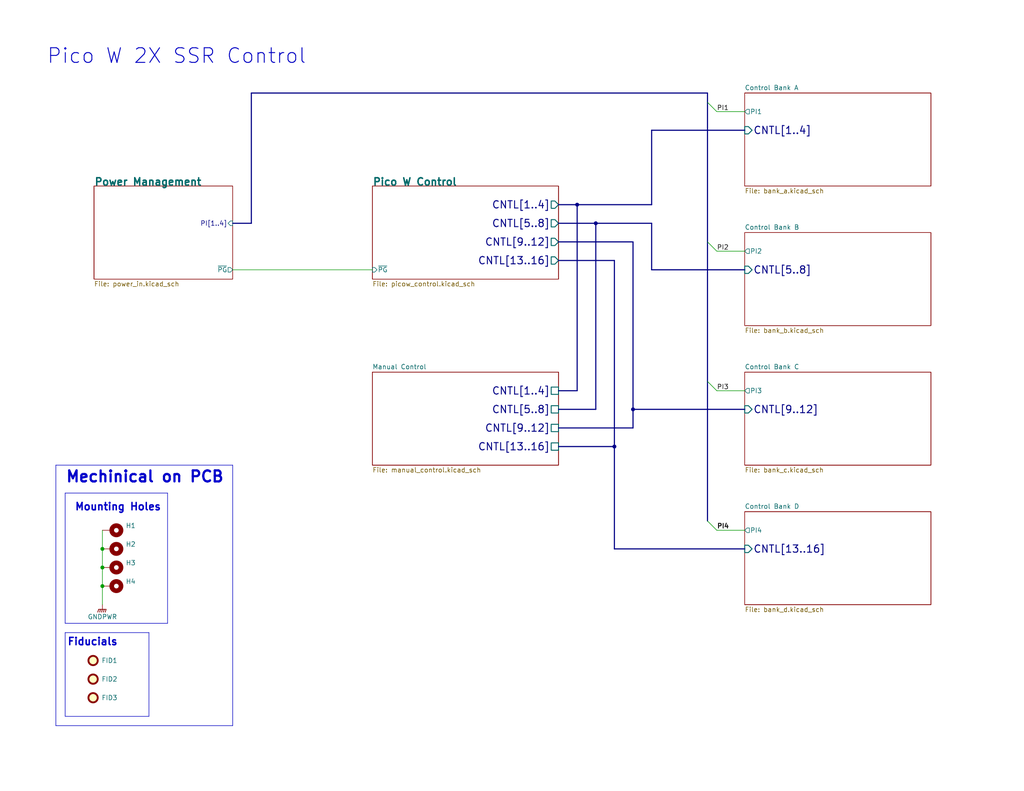
<source format=kicad_sch>
(kicad_sch (version 20230121) (generator eeschema)

  (uuid f6e5fabc-8c1a-4af2-9249-71e11b201fe5)

  (paper "USLetter")

  (title_block
    (title "Pico W 2X SSR Control")
    (date "2023-03-15")
    (rev "0.0.2")
    (company "Michael Cummings")
    (comment 1 "https://ohwr.org/project/cernohl/wikis/Documents/CERN-OHL-version-2")
    (comment 2 "Hardware License: CERN-OHL-W")
    (comment 3 "https://creativecommons.org/licenses/by-sa/4.0/")
    (comment 4 "License: CC By SA 4.0")
  )

  (lib_symbols
    (symbol "Fiducial_1" (in_bom yes) (on_board yes)
      (property "Reference" "FID" (at 0 5.08 0)
        (effects (font (size 1.27 1.27)))
      )
      (property "Value" "Fiducial_1" (at 0 3.175 0)
        (effects (font (size 1.27 1.27)))
      )
      (property "Footprint" "" (at 0 0 0)
        (effects (font (size 1.27 1.27)) hide)
      )
      (property "Datasheet" "~" (at 0 0 0)
        (effects (font (size 1.27 1.27)) hide)
      )
      (property "ki_keywords" "fiducial marker" (at 0 0 0)
        (effects (font (size 1.27 1.27)) hide)
      )
      (property "ki_description" "Fiducial Marker" (at 0 0 0)
        (effects (font (size 1.27 1.27)) hide)
      )
      (property "ki_fp_filters" "Fiducial*" (at 0 0 0)
        (effects (font (size 1.27 1.27)) hide)
      )
      (symbol "Fiducial_1_0_1"
        (circle (center 0 0) (radius 1.27)
          (stroke (width 0.508) (type default))
          (fill (type background))
        )
      )
    )
    (symbol "Fiducial_2" (in_bom yes) (on_board yes)
      (property "Reference" "FID" (at 0 5.08 0)
        (effects (font (size 1.27 1.27)))
      )
      (property "Value" "Fiducial_2" (at 0 3.175 0)
        (effects (font (size 1.27 1.27)))
      )
      (property "Footprint" "" (at 0 0 0)
        (effects (font (size 1.27 1.27)) hide)
      )
      (property "Datasheet" "~" (at 0 0 0)
        (effects (font (size 1.27 1.27)) hide)
      )
      (property "ki_keywords" "fiducial marker" (at 0 0 0)
        (effects (font (size 1.27 1.27)) hide)
      )
      (property "ki_description" "Fiducial Marker" (at 0 0 0)
        (effects (font (size 1.27 1.27)) hide)
      )
      (property "ki_fp_filters" "Fiducial*" (at 0 0 0)
        (effects (font (size 1.27 1.27)) hide)
      )
      (symbol "Fiducial_2_0_1"
        (circle (center 0 0) (radius 1.27)
          (stroke (width 0.508) (type default))
          (fill (type background))
        )
      )
    )
    (symbol "Mechanical:Fiducial" (pin_numbers hide) (pin_names hide) (in_bom yes) (on_board yes)
      (property "Reference" "FID" (at 0 5.08 0)
        (effects (font (size 1.27 1.27)))
      )
      (property "Value" "Fiducial" (at 0 3.175 0)
        (effects (font (size 1.27 1.27)))
      )
      (property "Footprint" "" (at 0 0 0)
        (effects (font (size 1.27 1.27)) hide)
      )
      (property "Datasheet" "~" (at 0 0 0)
        (effects (font (size 1.27 1.27)) hide)
      )
      (property "ki_keywords" "fiducial marker" (at 0 0 0)
        (effects (font (size 1.27 1.27)) hide)
      )
      (property "ki_description" "Fiducial Marker" (at 0 0 0)
        (effects (font (size 1.27 1.27)) hide)
      )
      (property "ki_fp_filters" "Fiducial*" (at 0 0 0)
        (effects (font (size 1.27 1.27)) hide)
      )
      (symbol "Fiducial_0_1"
        (circle (center 0 0) (radius 1.27)
          (stroke (width 0.508) (type default))
          (fill (type background))
        )
      )
    )
    (symbol "Mechanical:MountingHole_Pad" (pin_numbers hide) (pin_names (offset 1.016) hide) (in_bom yes) (on_board yes)
      (property "Reference" "H" (at 0 6.35 0)
        (effects (font (size 1.27 1.27)))
      )
      (property "Value" "MountingHole_Pad" (at 0 4.445 0)
        (effects (font (size 1.27 1.27)))
      )
      (property "Footprint" "" (at 0 0 0)
        (effects (font (size 1.27 1.27)) hide)
      )
      (property "Datasheet" "~" (at 0 0 0)
        (effects (font (size 1.27 1.27)) hide)
      )
      (property "ki_keywords" "mounting hole" (at 0 0 0)
        (effects (font (size 1.27 1.27)) hide)
      )
      (property "ki_description" "Mounting Hole with connection" (at 0 0 0)
        (effects (font (size 1.27 1.27)) hide)
      )
      (property "ki_fp_filters" "MountingHole*Pad*" (at 0 0 0)
        (effects (font (size 1.27 1.27)) hide)
      )
      (symbol "MountingHole_Pad_0_1"
        (circle (center 0 1.27) (radius 1.27)
          (stroke (width 1.27) (type default))
          (fill (type none))
        )
      )
      (symbol "MountingHole_Pad_1_1"
        (pin input line (at 0 -2.54 90) (length 2.54)
          (name "1" (effects (font (size 1.27 1.27))))
          (number "1" (effects (font (size 1.27 1.27))))
        )
      )
    )
    (symbol "power:GNDPWR" (power) (pin_names (offset 0)) (in_bom yes) (on_board yes)
      (property "Reference" "#PWR" (at 0 -5.08 0)
        (effects (font (size 1.27 1.27)) hide)
      )
      (property "Value" "GNDPWR" (at 0 -3.302 0)
        (effects (font (size 1.27 1.27)))
      )
      (property "Footprint" "" (at 0 -1.27 0)
        (effects (font (size 1.27 1.27)) hide)
      )
      (property "Datasheet" "" (at 0 -1.27 0)
        (effects (font (size 1.27 1.27)) hide)
      )
      (property "ki_keywords" "power-flag" (at 0 0 0)
        (effects (font (size 1.27 1.27)) hide)
      )
      (property "ki_description" "Power symbol creates a global label with name \"GNDPWR\" , power ground" (at 0 0 0)
        (effects (font (size 1.27 1.27)) hide)
      )
      (symbol "GNDPWR_0_1"
        (polyline
          (pts
            (xy 0 -1.27)
            (xy 0 0)
          )
          (stroke (width 0) (type default))
          (fill (type none))
        )
        (polyline
          (pts
            (xy -1.016 -1.27)
            (xy -1.27 -2.032)
            (xy -1.27 -2.032)
          )
          (stroke (width 0.2032) (type default))
          (fill (type none))
        )
        (polyline
          (pts
            (xy -0.508 -1.27)
            (xy -0.762 -2.032)
            (xy -0.762 -2.032)
          )
          (stroke (width 0.2032) (type default))
          (fill (type none))
        )
        (polyline
          (pts
            (xy 0 -1.27)
            (xy -0.254 -2.032)
            (xy -0.254 -2.032)
          )
          (stroke (width 0.2032) (type default))
          (fill (type none))
        )
        (polyline
          (pts
            (xy 0.508 -1.27)
            (xy 0.254 -2.032)
            (xy 0.254 -2.032)
          )
          (stroke (width 0.2032) (type default))
          (fill (type none))
        )
        (polyline
          (pts
            (xy 1.016 -1.27)
            (xy -1.016 -1.27)
            (xy -1.016 -1.27)
          )
          (stroke (width 0.2032) (type default))
          (fill (type none))
        )
        (polyline
          (pts
            (xy 1.016 -1.27)
            (xy 0.762 -2.032)
            (xy 0.762 -2.032)
            (xy 0.762 -2.032)
          )
          (stroke (width 0.2032) (type default))
          (fill (type none))
        )
      )
      (symbol "GNDPWR_1_1"
        (pin power_in line (at 0 0 270) (length 0) hide
          (name "GNDPWR" (effects (font (size 1.27 1.27))))
          (number "1" (effects (font (size 1.27 1.27))))
        )
      )
    )
  )

  (junction (at 167.64 121.92) (diameter 0) (color 0 0 0 0)
    (uuid 7579fa33-593c-4745-a6b0-875def082273)
  )
  (junction (at 27.94 149.86) (diameter 0) (color 0 0 0 0)
    (uuid 81342847-c66c-453f-9df6-dbd7f0f8703f)
  )
  (junction (at 27.94 154.94) (diameter 0) (color 0 0 0 0)
    (uuid 93d96086-cd52-41e4-bb9b-60892226cab2)
  )
  (junction (at 157.48 55.88) (diameter 0) (color 0 0 0 0)
    (uuid a08e1ce5-77e4-47a8-9552-7b38472c2313)
  )
  (junction (at 27.94 160.02) (diameter 0) (color 0 0 0 0)
    (uuid ae5ca608-701f-4fe9-b31e-c2efaac60bb1)
  )
  (junction (at 162.56 60.96) (diameter 0) (color 0 0 0 0)
    (uuid e237e77e-59d6-4317-b1bc-8cb81d5dfee0)
  )
  (junction (at 172.72 111.76) (diameter 0) (color 0 0 0 0)
    (uuid e3441ecd-18d3-40bb-b755-26a0b628b1ad)
  )

  (bus_entry (at 193.04 66.04) (size 2.54 2.54)
    (stroke (width 0) (type default))
    (uuid 6cc34dc9-5856-4eb4-ba95-d8e16f9b4a9c)
  )
  (bus_entry (at 193.04 104.14) (size 2.54 2.54)
    (stroke (width 0) (type default))
    (uuid c9419e79-2387-486f-81ec-0544ad000428)
  )
  (bus_entry (at 193.04 27.94) (size 2.54 2.54)
    (stroke (width 0) (type default))
    (uuid d14e23a6-3305-4f70-8787-26aee1402d32)
  )
  (bus_entry (at 193.04 142.24) (size 2.54 2.54)
    (stroke (width 0) (type default))
    (uuid e5b48d16-8b43-4031-a2d9-5bf312182d25)
  )

  (polyline (pts (xy 17.78 134.62) (xy 45.72 134.62))
    (stroke (width 0) (type default))
    (uuid 01d4e232-8186-4b55-9b45-0f98035259d3)
  )

  (bus (pts (xy 193.04 66.04) (xy 193.04 104.14))
    (stroke (width 0) (type default))
    (uuid 0951f421-d500-478f-a7ee-74b2b486c6d0)
  )
  (bus (pts (xy 177.8 73.66) (xy 203.2 73.66))
    (stroke (width 0) (type default))
    (uuid 09ebc16c-5ffb-4495-a068-6a210e2acf3b)
  )

  (polyline (pts (xy 45.72 134.62) (xy 45.72 170.18))
    (stroke (width 0) (type default))
    (uuid 0e8ba27d-4d30-4330-8de4-0aeb42d8215e)
  )

  (bus (pts (xy 68.58 25.4) (xy 193.04 25.4))
    (stroke (width 0) (type default))
    (uuid 0f7b876f-cfc3-41cd-8d9f-81f0fa5f7a72)
  )

  (wire (pts (xy 27.94 160.02) (xy 27.94 165.1))
    (stroke (width 0) (type default))
    (uuid 1078575f-0411-4f80-933b-6183faef6642)
  )
  (bus (pts (xy 152.4 60.96) (xy 162.56 60.96))
    (stroke (width 0) (type default))
    (uuid 1656e934-1cb4-4994-b4c0-4d6cc1c1edc0)
  )
  (bus (pts (xy 152.4 71.12) (xy 167.64 71.12))
    (stroke (width 0) (type default))
    (uuid 1c0e7ab5-3f06-46b8-a27e-7e62cd5a836a)
  )
  (bus (pts (xy 152.4 106.68) (xy 157.48 106.68))
    (stroke (width 0) (type default))
    (uuid 2c132fbf-5a2f-46ab-814b-61c13fc86f9a)
  )
  (bus (pts (xy 177.8 60.96) (xy 177.8 73.66))
    (stroke (width 0) (type default))
    (uuid 461051c2-0c5c-4e3b-86b5-e5c123dc7685)
  )
  (bus (pts (xy 167.64 71.12) (xy 167.64 121.92))
    (stroke (width 0) (type default))
    (uuid 4b21286c-78c6-4799-bb6e-0d14061abbb7)
  )

  (wire (pts (xy 27.94 149.86) (xy 27.94 154.94))
    (stroke (width 0) (type default))
    (uuid 4ceda7be-c98a-4796-bf56-eaf2f2beca69)
  )
  (polyline (pts (xy 15.24 127) (xy 15.24 198.12))
    (stroke (width 0) (type default))
    (uuid 4d78455c-c91c-4f3a-a907-63b09bf9641b)
  )

  (bus (pts (xy 193.04 104.14) (xy 193.04 142.24))
    (stroke (width 0) (type default))
    (uuid 52f2d77c-6e4f-4975-ac80-226aa29dead0)
  )

  (polyline (pts (xy 17.78 134.62) (xy 17.78 170.18))
    (stroke (width 0) (type default))
    (uuid 52fc3785-fc9a-4b7e-a3c1-3efc349dc413)
  )

  (bus (pts (xy 172.72 116.84) (xy 172.72 111.76))
    (stroke (width 0) (type default))
    (uuid 5344fbba-6e89-49f0-95d1-85ebb919b6aa)
  )
  (bus (pts (xy 157.48 55.88) (xy 177.8 55.88))
    (stroke (width 0) (type default))
    (uuid 54b1f785-2630-4a67-b0e8-6d8aa60074d2)
  )

  (polyline (pts (xy 63.5 198.12) (xy 15.24 198.12))
    (stroke (width 0) (type default))
    (uuid 5b5f2c75-0349-46db-8af4-3c23be0ac60c)
  )

  (bus (pts (xy 167.64 149.86) (xy 203.2 149.86))
    (stroke (width 0) (type default))
    (uuid 5e06aea4-3ce9-45f6-8df2-485cc4e4efc7)
  )
  (bus (pts (xy 193.04 25.4) (xy 193.04 27.94))
    (stroke (width 0) (type default))
    (uuid 6bf13642-08f5-474c-8bee-cc8dc80353a7)
  )

  (polyline (pts (xy 45.72 170.18) (xy 17.78 170.18))
    (stroke (width 0) (type default))
    (uuid 70ab1fd9-2e9a-48b8-a801-a28da6539b56)
  )
  (polyline (pts (xy 17.78 172.72) (xy 40.64 172.72))
    (stroke (width 0) (type default))
    (uuid 70ad4490-9b25-44a8-9f0d-b99831859515)
  )
  (polyline (pts (xy 40.64 195.58) (xy 17.78 195.58))
    (stroke (width 0) (type default))
    (uuid 765b2bec-5fcc-4aa2-8fb9-a3ce5efa5e04)
  )

  (bus (pts (xy 63.5 60.96) (xy 68.58 60.96))
    (stroke (width 0) (type default))
    (uuid 7bb6d543-215f-42fa-9772-03f583b17380)
  )
  (bus (pts (xy 68.58 60.96) (xy 68.58 25.4))
    (stroke (width 0) (type default))
    (uuid 80e81d2f-5442-49a8-bcc4-1de376c1cdbb)
  )

  (polyline (pts (xy 17.78 172.72) (xy 17.78 195.58))
    (stroke (width 0) (type default))
    (uuid 894a656c-6e2b-488e-be1f-de5ea2765ba7)
  )

  (wire (pts (xy 195.58 30.48) (xy 203.2 30.48))
    (stroke (width 0) (type default))
    (uuid 8b9f58d4-47b3-4b23-9167-7f33bb478c70)
  )
  (polyline (pts (xy 15.24 127) (xy 63.5 127))
    (stroke (width 0) (type default))
    (uuid 8c9f883c-c63b-4527-8ad4-62c2c78dc97e)
  )

  (bus (pts (xy 172.72 111.76) (xy 203.2 111.76))
    (stroke (width 0) (type default))
    (uuid 91a3cab5-4984-4387-bdee-1c71d4b68b18)
  )

  (wire (pts (xy 63.5 73.66) (xy 101.6 73.66))
    (stroke (width 0) (type default))
    (uuid 92174a55-ea2a-412b-801a-18b5a73e4d7c)
  )
  (wire (pts (xy 27.94 144.78) (xy 27.94 149.86))
    (stroke (width 0) (type default))
    (uuid 9c3fbc90-14cf-48d8-8cd9-98d341ccaf53)
  )
  (bus (pts (xy 152.4 55.88) (xy 157.48 55.88))
    (stroke (width 0) (type default))
    (uuid a0415771-b8eb-49b6-8ad6-f1cdaa46da23)
  )
  (bus (pts (xy 167.64 121.92) (xy 167.64 149.86))
    (stroke (width 0) (type default))
    (uuid a6e13842-8c69-4452-8eaa-63579c0ea362)
  )
  (bus (pts (xy 157.48 106.68) (xy 157.48 55.88))
    (stroke (width 0) (type default))
    (uuid b23eb2ca-5acf-414b-881c-b3b5f4617b75)
  )

  (wire (pts (xy 195.58 68.58) (xy 203.2 68.58))
    (stroke (width 0) (type default))
    (uuid b99a47fc-e574-4796-b1d8-32cba23f59d5)
  )
  (bus (pts (xy 162.56 60.96) (xy 177.8 60.96))
    (stroke (width 0) (type default))
    (uuid b9a4352e-be9b-4938-abad-fce7d276719d)
  )

  (polyline (pts (xy 40.64 172.72) (xy 40.64 195.58))
    (stroke (width 0) (type default))
    (uuid c07dbe0e-7810-4b12-ab52-76b01cfe848f)
  )

  (wire (pts (xy 27.94 154.94) (xy 27.94 160.02))
    (stroke (width 0) (type default))
    (uuid c152bacc-7d7b-4f73-a48c-b6ec6937f56c)
  )
  (bus (pts (xy 172.72 66.04) (xy 172.72 111.76))
    (stroke (width 0) (type default))
    (uuid ce3c4717-32d0-43f5-9a87-940118f45909)
  )
  (bus (pts (xy 177.8 35.56) (xy 203.2 35.56))
    (stroke (width 0) (type default))
    (uuid cf1f85a1-655d-464f-b48d-253ffbf2f41f)
  )
  (bus (pts (xy 177.8 55.88) (xy 177.8 35.56))
    (stroke (width 0) (type default))
    (uuid d1408fe9-b48d-4147-8ec8-42e965cc21a7)
  )
  (bus (pts (xy 152.4 66.04) (xy 172.72 66.04))
    (stroke (width 0) (type default))
    (uuid d64cc6d6-0af7-46f3-aff6-b240703ff734)
  )
  (bus (pts (xy 152.4 121.92) (xy 167.64 121.92))
    (stroke (width 0) (type default))
    (uuid dc2112a8-753a-4cb9-b85d-725c4d01052c)
  )
  (bus (pts (xy 152.4 116.84) (xy 172.72 116.84))
    (stroke (width 0) (type default))
    (uuid e175938b-afa2-4e33-9d9a-2be5af4d036b)
  )
  (bus (pts (xy 152.4 111.76) (xy 162.56 111.76))
    (stroke (width 0) (type default))
    (uuid e5d2ba80-f06f-4b09-a23d-cda965e688fe)
  )

  (wire (pts (xy 195.58 106.68) (xy 203.2 106.68))
    (stroke (width 0) (type default))
    (uuid e82b8f37-8fe6-42ff-a3fe-cd71d8605e64)
  )
  (bus (pts (xy 162.56 111.76) (xy 162.56 60.96))
    (stroke (width 0) (type default))
    (uuid ed4ef264-f45b-40da-8804-bceaa3050263)
  )

  (polyline (pts (xy 63.5 127) (xy 63.5 198.12))
    (stroke (width 0) (type default))
    (uuid f5d6a896-a7a4-46e7-9fc6-31821ea74609)
  )

  (wire (pts (xy 195.58 144.78) (xy 203.2 144.78))
    (stroke (width 0) (type default))
    (uuid fe4af49f-29b4-48b2-b318-795b708c5e8c)
  )
  (bus (pts (xy 193.04 27.94) (xy 193.04 66.04))
    (stroke (width 0) (type default))
    (uuid fed611ed-2eba-4fce-a3e8-846975789ed4)
  )

  (text "Fiducials" (at 18.288 176.53 0)
    (effects (font (size 2 2) (thickness 0.4) bold) (justify left bottom))
    (uuid 0fec220a-7419-4a6a-9e70-59b45148458e)
  )
  (text "Mounting Holes" (at 20.32 139.7 0)
    (effects (font (size 2 2) (thickness 0.4) bold) (justify left bottom))
    (uuid 7bb52693-1b46-4a30-be17-84cbc085bd02)
  )
  (text "Mechinical on PCB" (at 17.78 132.08 0)
    (effects (font (size 3 3) bold) (justify left bottom))
    (uuid d73c2d69-e2f3-49fb-86e4-095cbb122ebc)
  )
  (text "${TITLE}" (at 12.7 17.78 0)
    (effects (font (size 4 4) (thickness 0.254) bold) (justify left bottom))
    (uuid f1cc1636-def2-47c1-89d3-c173f46949a0)
  )

  (label "PI3" (at 195.58 106.68 0) (fields_autoplaced)
    (effects (font (size 1.27 1.27)) (justify left bottom))
    (uuid 603e3803-3124-42bc-895e-1e637eb649ed)
  )
  (label "PI1" (at 195.58 30.48 0) (fields_autoplaced)
    (effects (font (size 1.27 1.27)) (justify left bottom))
    (uuid 6218d156-e87b-4625-9d3d-1266a32fada2)
  )
  (label "PI4" (at 195.58 144.78 0) (fields_autoplaced)
    (effects (font (size 1.27 1.27) bold) (justify left bottom))
    (uuid 6b754141-7dab-455d-aefd-3c725ca3a8a5)
  )
  (label "PI2" (at 195.58 68.58 0) (fields_autoplaced)
    (effects (font (size 1.27 1.27)) (justify left bottom))
    (uuid e9001f9d-88ce-4639-abf5-4b12da2743bd)
  )

  (symbol (lib_id "Mechanical:MountingHole_Pad") (at 30.48 149.86 270) (unit 1)
    (in_bom no) (on_board yes) (dnp no) (fields_autoplaced)
    (uuid 04511fb8-0665-4ae1-8163-a487686f4989)
    (property "Reference" "H2" (at 34.29 148.5899 90)
      (effects (font (size 1.27 1.27)) (justify left))
    )
    (property "Value" "MountingHole_Pad" (at 34.29 151.1299 90)
      (effects (font (size 1.27 1.27)) (justify left) hide)
    )
    (property "Footprint" "MountingHole:MountingHole_3.2mm_M3_Pad_Via" (at 30.48 149.86 0)
      (effects (font (size 1.27 1.27)) hide)
    )
    (property "Datasheet" "~" (at 30.48 149.86 0)
      (effects (font (size 1.27 1.27)) hide)
    )
    (pin "1" (uuid ce5dc911-f679-45e6-abef-e65683e9c16e))
    (instances
      (project "picow_ssr_control"
        (path "/04b3a773-2568-4dd5-b3b9-f3130861ac39"
          (reference "H2") (unit 1)
        )
      )
      (project "picow_2x_ssr_control"
        (path "/f6e5fabc-8c1a-4af2-9249-71e11b201fe5"
          (reference "H2") (unit 1)
        )
      )
    )
  )

  (symbol (lib_id "Mechanical:MountingHole_Pad") (at 30.48 154.94 270) (unit 1)
    (in_bom no) (on_board yes) (dnp no) (fields_autoplaced)
    (uuid 264e1547-e7f6-455d-8cb2-c638ed7b1075)
    (property "Reference" "H3" (at 34.29 153.6699 90)
      (effects (font (size 1.27 1.27)) (justify left))
    )
    (property "Value" "MountingHole_Pad" (at 34.29 156.2099 90)
      (effects (font (size 1.27 1.27)) (justify left) hide)
    )
    (property "Footprint" "MountingHole:MountingHole_3.2mm_M3_Pad_Via" (at 30.48 154.94 0)
      (effects (font (size 1.27 1.27)) hide)
    )
    (property "Datasheet" "~" (at 30.48 154.94 0)
      (effects (font (size 1.27 1.27)) hide)
    )
    (pin "1" (uuid 6c5919f6-5927-4a6c-87a0-0d6657719805))
    (instances
      (project "picow_ssr_control"
        (path "/04b3a773-2568-4dd5-b3b9-f3130861ac39"
          (reference "H3") (unit 1)
        )
      )
      (project "picow_2x_ssr_control"
        (path "/f6e5fabc-8c1a-4af2-9249-71e11b201fe5"
          (reference "H3") (unit 1)
        )
      )
    )
  )

  (symbol (lib_id "Mechanical:Fiducial") (at 25.4 180.34 0) (unit 1)
    (in_bom no) (on_board yes) (dnp no) (fields_autoplaced)
    (uuid 4eed7fe3-7637-4575-a370-ee306426b88d)
    (property "Reference" "FID1" (at 27.686 180.3399 0)
      (effects (font (size 1.27 1.27)) (justify left))
    )
    (property "Value" "Fiducial" (at 27.94 181.6099 0)
      (effects (font (size 1.27 1.27)) (justify left) hide)
    )
    (property "Footprint" "Fiducial:Fiducial_0.5mm_Mask1mm" (at 25.4 180.34 0)
      (effects (font (size 1.27 1.27)) hide)
    )
    (property "Datasheet" "~" (at 25.4 180.34 0)
      (effects (font (size 1.27 1.27)) hide)
    )
    (instances
      (project "picow_ssr_control"
        (path "/04b3a773-2568-4dd5-b3b9-f3130861ac39"
          (reference "FID1") (unit 1)
        )
      )
      (project "picow_2x_ssr_control"
        (path "/f6e5fabc-8c1a-4af2-9249-71e11b201fe5"
          (reference "FID1") (unit 1)
        )
      )
    )
  )

  (symbol (lib_id "power:GNDPWR") (at 27.94 165.1 0) (unit 1)
    (in_bom yes) (on_board yes) (dnp no)
    (uuid 500fe838-101a-49a0-8e43-2f9cdc083625)
    (property "Reference" "#PWR02" (at 27.94 170.18 0)
      (effects (font (size 1.27 1.27)) hide)
    )
    (property "Value" "GNDPWR" (at 27.94 168.402 0)
      (effects (font (size 1.27 1.27)))
    )
    (property "Footprint" "" (at 27.94 166.37 0)
      (effects (font (size 1.27 1.27)) hide)
    )
    (property "Datasheet" "" (at 27.94 166.37 0)
      (effects (font (size 1.27 1.27)) hide)
    )
    (pin "1" (uuid 58a49038-e2e6-42ae-a25b-5f9df4ed13f2))
    (instances
      (project "picow_ssr_control"
        (path "/04b3a773-2568-4dd5-b3b9-f3130861ac39"
          (reference "#PWR02") (unit 1)
        )
      )
      (project "picow_2x_ssr_control"
        (path "/f6e5fabc-8c1a-4af2-9249-71e11b201fe5"
          (reference "#PWR01") (unit 1)
        )
      )
    )
  )

  (symbol (lib_id "Mechanical:MountingHole_Pad") (at 30.48 144.78 270) (unit 1)
    (in_bom no) (on_board yes) (dnp no) (fields_autoplaced)
    (uuid 532bfbde-5aa0-47ce-96e6-4e283f61c90b)
    (property "Reference" "H1" (at 34.29 143.5099 90)
      (effects (font (size 1.27 1.27)) (justify left))
    )
    (property "Value" "MountingHole_Pad" (at 34.29 146.0499 90)
      (effects (font (size 1.27 1.27)) (justify left) hide)
    )
    (property "Footprint" "MountingHole:MountingHole_3.2mm_M3_Pad_Via" (at 30.48 144.78 0)
      (effects (font (size 1.27 1.27)) hide)
    )
    (property "Datasheet" "~" (at 30.48 144.78 0)
      (effects (font (size 1.27 1.27)) hide)
    )
    (pin "1" (uuid 9669c79a-e118-42be-bc07-47955284e3a8))
    (instances
      (project "picow_ssr_control"
        (path "/04b3a773-2568-4dd5-b3b9-f3130861ac39"
          (reference "H1") (unit 1)
        )
      )
      (project "picow_2x_ssr_control"
        (path "/f6e5fabc-8c1a-4af2-9249-71e11b201fe5"
          (reference "H1") (unit 1)
        )
      )
    )
  )

  (symbol (lib_name "Fiducial_1") (lib_id "Mechanical:Fiducial") (at 25.4 190.5 0) (unit 1)
    (in_bom no) (on_board yes) (dnp no) (fields_autoplaced)
    (uuid 68fc6011-dc75-47dc-a156-7a71b6aca713)
    (property "Reference" "FID3" (at 27.686 190.4999 0)
      (effects (font (size 1.27 1.27)) (justify left))
    )
    (property "Value" "Fiducial" (at 27.94 191.7699 0)
      (effects (font (size 1.27 1.27)) (justify left) hide)
    )
    (property "Footprint" "Fiducial:Fiducial_0.5mm_Mask1mm" (at 25.4 190.5 0)
      (effects (font (size 1.27 1.27)) hide)
    )
    (property "Datasheet" "~" (at 25.4 190.5 0)
      (effects (font (size 1.27 1.27)) hide)
    )
    (instances
      (project "picow_ssr_control"
        (path "/04b3a773-2568-4dd5-b3b9-f3130861ac39"
          (reference "FID3") (unit 1)
        )
      )
      (project "picow_2x_ssr_control"
        (path "/f6e5fabc-8c1a-4af2-9249-71e11b201fe5"
          (reference "FID3") (unit 1)
        )
      )
    )
  )

  (symbol (lib_name "Fiducial_2") (lib_id "Mechanical:Fiducial") (at 25.4 185.42 0) (unit 1)
    (in_bom no) (on_board yes) (dnp no) (fields_autoplaced)
    (uuid 98b73f91-9f10-4ce6-9906-32de62cce610)
    (property "Reference" "FID2" (at 27.686 185.4199 0)
      (effects (font (size 1.27 1.27)) (justify left))
    )
    (property "Value" "Fiducial" (at 27.94 186.6899 0)
      (effects (font (size 1.27 1.27)) (justify left) hide)
    )
    (property "Footprint" "Fiducial:Fiducial_0.5mm_Mask1mm" (at 25.4 185.42 0)
      (effects (font (size 1.27 1.27)) hide)
    )
    (property "Datasheet" "~" (at 25.4 185.42 0)
      (effects (font (size 1.27 1.27)) hide)
    )
    (instances
      (project "picow_ssr_control"
        (path "/04b3a773-2568-4dd5-b3b9-f3130861ac39"
          (reference "FID2") (unit 1)
        )
      )
      (project "picow_2x_ssr_control"
        (path "/f6e5fabc-8c1a-4af2-9249-71e11b201fe5"
          (reference "FID2") (unit 1)
        )
      )
    )
  )

  (symbol (lib_id "Mechanical:MountingHole_Pad") (at 30.48 160.02 270) (unit 1)
    (in_bom no) (on_board yes) (dnp no) (fields_autoplaced)
    (uuid c6b912b4-797f-42e6-b40b-e068c991b229)
    (property "Reference" "H3" (at 34.29 158.7499 90)
      (effects (font (size 1.27 1.27)) (justify left))
    )
    (property "Value" "MountingHole_Pad" (at 34.29 161.2899 90)
      (effects (font (size 1.27 1.27)) (justify left) hide)
    )
    (property "Footprint" "MountingHole:MountingHole_3.2mm_M3_Pad_Via" (at 30.48 160.02 0)
      (effects (font (size 1.27 1.27)) hide)
    )
    (property "Datasheet" "~" (at 30.48 160.02 0)
      (effects (font (size 1.27 1.27)) hide)
    )
    (pin "1" (uuid 8e28f217-0879-4c51-9f80-e5e5b98a8f94))
    (instances
      (project "picow_ssr_control"
        (path "/04b3a773-2568-4dd5-b3b9-f3130861ac39"
          (reference "H3") (unit 1)
        )
      )
      (project "picow_2x_ssr_control"
        (path "/f6e5fabc-8c1a-4af2-9249-71e11b201fe5"
          (reference "H4") (unit 1)
        )
      )
    )
  )

  (sheet (at 203.2 139.7) (size 50.8 25.4) (fields_autoplaced)
    (stroke (width 0.1524) (type solid))
    (fill (color 0 0 0 0.0000))
    (uuid 152d36c7-3c65-43c4-b709-6a2c75ef9b7f)
    (property "Sheetname" "Control Bank D" (at 203.2 138.9884 0)
      (effects (font (size 1.27 1.27)) (justify left bottom))
    )
    (property "Sheetfile" "bank_d.kicad_sch" (at 203.2 165.6846 0)
      (effects (font (size 1.27 1.27)) (justify left top))
    )
    (pin "PI4" output (at 203.2 144.78 180)
      (effects (font (size 1.27 1.27)) (justify left))
      (uuid 2ad6dc40-d0c1-474d-a010-fbbc8698cdab)
    )
    (pin "CNTL[13..16]" input (at 203.2 149.86 180)
      (effects (font (size 2 2) (thickness 0.254) bold) (justify left))
      (uuid 3a92f5c1-5def-4145-ae9f-2ae90e73e0d0)
    )
    (instances
      (project "picow_2x_ssr_control"
        (path "/f6e5fabc-8c1a-4af2-9249-71e11b201fe5" (page "8"))
      )
    )
  )

  (sheet (at 203.2 101.6) (size 50.8 25.4) (fields_autoplaced)
    (stroke (width 0.1524) (type solid))
    (fill (color 0 0 0 0.0000))
    (uuid 2835c2db-5d5d-4820-9ac0-d4b410ef235e)
    (property "Sheetname" "Control Bank C" (at 203.2 100.8884 0)
      (effects (font (size 1.27 1.27)) (justify left bottom))
    )
    (property "Sheetfile" "bank_c.kicad_sch" (at 203.2 127.5846 0)
      (effects (font (size 1.27 1.27)) (justify left top))
    )
    (pin "PI3" output (at 203.2 106.68 180)
      (effects (font (size 1.27 1.27)) (justify left))
      (uuid 0b3f9de4-3189-4b2a-b41f-4464309bdb6b)
    )
    (pin "CNTL[9..12]" input (at 203.2 111.76 180)
      (effects (font (size 2 2) (thickness 0.254) bold) (justify left))
      (uuid 7be41b37-9fa1-403e-a8d1-21ad63284707)
    )
    (instances
      (project "picow_2x_ssr_control"
        (path "/f6e5fabc-8c1a-4af2-9249-71e11b201fe5" (page "7"))
      )
    )
  )

  (sheet (at 101.6 50.8) (size 50.8 25.4)
    (stroke (width 0.1524) (type solid))
    (fill (color 0 0 0 0.0000))
    (uuid 3f0b47f4-d8be-4546-9a76-8d549b7dffea)
    (property "Sheetname" "Pico W Control" (at 101.6 50.8 0)
      (effects (font (size 2 2) bold) (justify left bottom))
    )
    (property "Sheetfile" "picow_control.kicad_sch" (at 101.6 76.7846 0)
      (effects (font (size 1.27 1.27)) (justify left top))
    )
    (pin "~{PG}" input (at 101.6 73.66 180)
      (effects (font (size 1.27 1.27)) (justify left))
      (uuid d4a70bd4-019a-4ce3-9a44-e380581e16e1)
    )
    (pin "CNTL[9..12]" output (at 152.4 66.04 0)
      (effects (font (size 2 2) (thickness 0.254) bold) (justify right))
      (uuid ae52d626-25e0-4542-bbed-c3b80a5c6632)
    )
    (pin "CNTL[13..16]" output (at 152.4 71.12 0)
      (effects (font (size 2 2) (thickness 0.254) bold) (justify right))
      (uuid 18094b08-8ec6-4268-ac3d-7d47627c52f9)
    )
    (pin "CNTL[5..8]" output (at 152.4 60.96 0)
      (effects (font (size 2 2) (thickness 0.254) bold) (justify right))
      (uuid 50bea0e8-d504-41ae-8802-3504d4a9433b)
    )
    (pin "CNTL[1..4]" output (at 152.4 55.88 0)
      (effects (font (size 2 2) (thickness 0.254) bold) (justify right))
      (uuid e7a53887-471d-46ed-bb7b-59d99edef548)
    )
    (instances
      (project "picow_2x_ssr_control"
        (path "/f6e5fabc-8c1a-4af2-9249-71e11b201fe5" (page "3"))
      )
    )
  )

  (sheet (at 203.2 63.5) (size 50.8 25.4) (fields_autoplaced)
    (stroke (width 0.1524) (type solid))
    (fill (color 0 0 0 0.0000))
    (uuid 8b47b952-ab37-4c70-9c13-4ff8a31a13fe)
    (property "Sheetname" "Control Bank B" (at 203.2 62.7884 0)
      (effects (font (size 1.27 1.27)) (justify left bottom))
    )
    (property "Sheetfile" "bank_b.kicad_sch" (at 203.2 89.4846 0)
      (effects (font (size 1.27 1.27)) (justify left top))
    )
    (pin "PI2" output (at 203.2 68.58 180)
      (effects (font (size 1.27 1.27)) (justify left))
      (uuid 7364dddb-7bcc-40c2-a5d5-73039755c8ac)
    )
    (pin "CNTL[5..8]" input (at 203.2 73.66 180)
      (effects (font (size 2 2) (thickness 0.254) bold) (justify left))
      (uuid cc20ea00-6d00-4428-991d-6cccdd645a01)
    )
    (instances
      (project "picow_2x_ssr_control"
        (path "/f6e5fabc-8c1a-4af2-9249-71e11b201fe5" (page "6"))
      )
    )
  )

  (sheet (at 25.654 50.8) (size 37.846 25.4)
    (stroke (width 0.1524) (type solid))
    (fill (color 0 0 0 0.0000))
    (uuid 8fc9fd60-15a9-4e31-9737-624a8b2ad9e9)
    (property "Sheetname" "Power Management" (at 25.654 50.8 0)
      (effects (font (size 2 2) bold) (justify left bottom))
    )
    (property "Sheetfile" "power_in.kicad_sch" (at 25.654 76.7846 0)
      (effects (font (size 1.27 1.27)) (justify left top))
    )
    (pin "~{PG}" output (at 63.5 73.66 0)
      (effects (font (size 1.27 1.27)) (justify right))
      (uuid 806d2034-97f8-4cdf-b631-8bf6e01f058d)
    )
    (pin "PI[1..4]" input (at 63.5 60.96 0)
      (effects (font (size 1.27 1.27)) (justify right))
      (uuid cddaf04c-3a8c-4d4d-b03a-0ae2ce33bc1e)
    )
    (instances
      (project "picow_2x_ssr_control"
        (path "/f6e5fabc-8c1a-4af2-9249-71e11b201fe5" (page "2"))
      )
    )
  )

  (sheet (at 101.6 101.6) (size 50.8 25.4) (fields_autoplaced)
    (stroke (width 0.1524) (type solid))
    (fill (color 0 0 0 0.0000))
    (uuid a6c1837e-2d2f-4348-ab47-d8d47ca5a9fa)
    (property "Sheetname" "Manual Control" (at 101.6 100.8884 0)
      (effects (font (size 1.27 1.27)) (justify left bottom))
    )
    (property "Sheetfile" "manual_control.kicad_sch" (at 101.6 127.5846 0)
      (effects (font (size 1.27 1.27)) (justify left top))
    )
    (pin "CNTL[1..4]" passive (at 152.4 106.68 0)
      (effects (font (size 2 2) (thickness 0.254) bold) (justify right))
      (uuid bd430503-a1ad-4c29-9ed6-faf17ef0a845)
    )
    (pin "CNTL[5..8]" passive (at 152.4 111.76 0)
      (effects (font (size 2 2) (thickness 0.254) bold) (justify right))
      (uuid b498dc9e-2271-4292-bc6c-da8c4aed9c59)
    )
    (pin "CNTL[9..12]" passive (at 152.4 116.84 0)
      (effects (font (size 2 2) (thickness 0.254) bold) (justify right))
      (uuid 20ba5f93-91a0-4303-a2c4-eeafb66c784b)
    )
    (pin "CNTL[13..16]" passive (at 152.4 121.92 0)
      (effects (font (size 2 2) (thickness 0.254) bold) (justify right))
      (uuid fb230fbe-b373-4619-b4ba-0ccb6f7f00a0)
    )
    (instances
      (project "picow_2x_ssr_control"
        (path "/f6e5fabc-8c1a-4af2-9249-71e11b201fe5" (page "4"))
      )
    )
  )

  (sheet (at 203.2 25.4) (size 50.8 25.4) (fields_autoplaced)
    (stroke (width 0.1524) (type solid))
    (fill (color 0 0 0 0.0000))
    (uuid b030494e-edcd-426b-bd17-96113362cfcc)
    (property "Sheetname" "Control Bank A" (at 203.2 24.6884 0)
      (effects (font (size 1.27 1.27)) (justify left bottom))
    )
    (property "Sheetfile" "bank_a.kicad_sch" (at 203.2 51.3846 0)
      (effects (font (size 1.27 1.27)) (justify left top))
    )
    (pin "PI1" output (at 203.2 30.48 180)
      (effects (font (size 1.27 1.27)) (justify left))
      (uuid 6e22ca17-150b-4510-9df8-6ad5acf999a1)
    )
    (pin "CNTL[1..4]" input (at 203.2 35.56 180)
      (effects (font (size 2 2) (thickness 0.254) bold) (justify left))
      (uuid 2667ac8f-6052-4aca-8e4d-ea5261124b6f)
    )
    (instances
      (project "picow_2x_ssr_control"
        (path "/f6e5fabc-8c1a-4af2-9249-71e11b201fe5" (page "5"))
      )
    )
  )

  (sheet_instances
    (path "/" (page "1"))
  )
)

</source>
